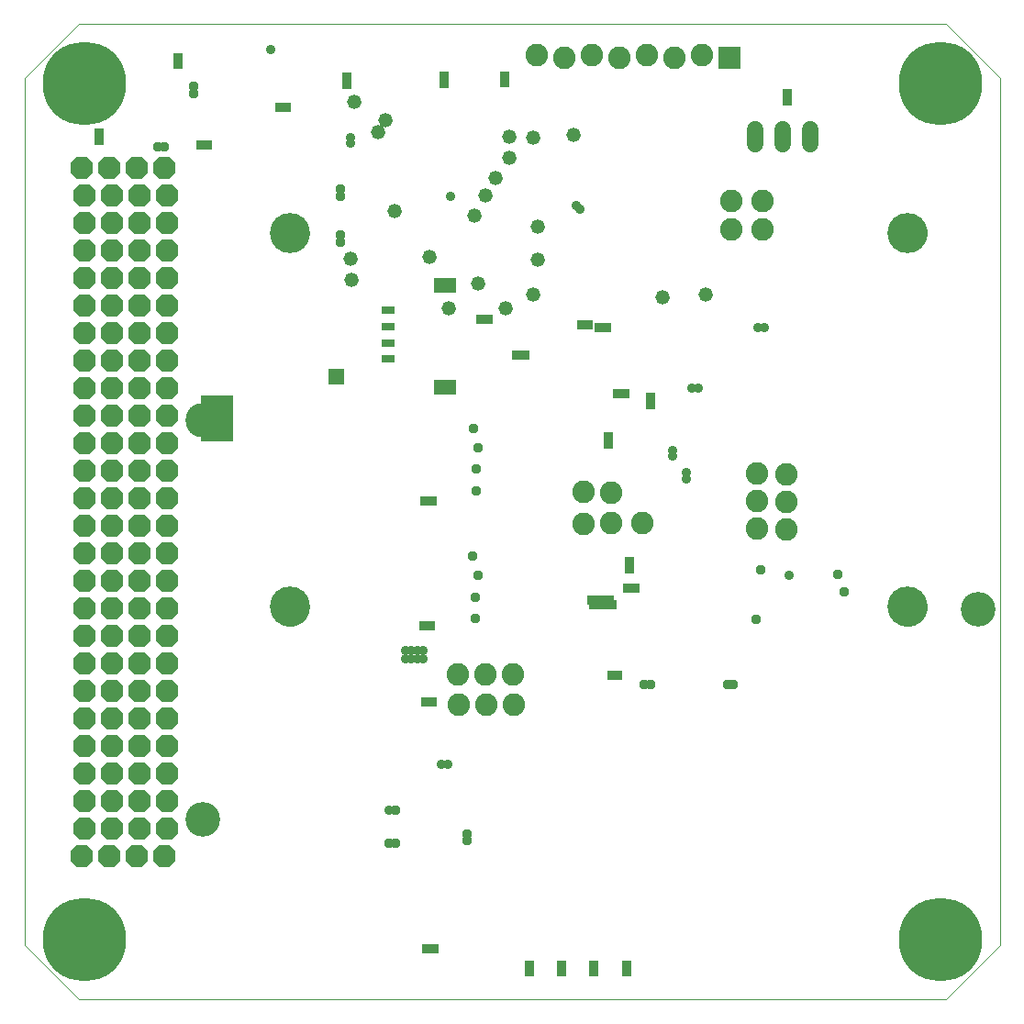
<source format=gbs>
G75*
%MOIN*%
%OFA0B0*%
%FSLAX25Y25*%
%IPPOS*%
%LPD*%
%AMOC8*
5,1,8,0,0,1.08239X$1,22.5*
%
%ADD10C,0.00000*%
%ADD11C,0.30328*%
%ADD12OC8,0.08200*%
%ADD13C,0.08200*%
%ADD14C,0.14580*%
%ADD15C,0.05200*%
%ADD16R,0.08200X0.08200*%
%ADD17C,0.06000*%
%ADD18R,0.04737X0.03162*%
%ADD19R,0.07887X0.05721*%
%ADD20C,0.03778*%
%ADD21R,0.03778X0.03778*%
%ADD22R,0.03581X0.03581*%
%ADD23C,0.03581*%
%ADD24C,0.12611*%
D10*
X0003172Y0020888D02*
X0003172Y0335849D01*
X0022857Y0355534D01*
X0337817Y0355534D01*
X0357502Y0335849D01*
X0357502Y0020888D01*
X0337817Y0001203D01*
X0022857Y0001203D01*
X0003172Y0020888D01*
X0092738Y0143920D02*
X0092740Y0144089D01*
X0092746Y0144258D01*
X0092757Y0144427D01*
X0092771Y0144595D01*
X0092790Y0144763D01*
X0092813Y0144931D01*
X0092839Y0145098D01*
X0092870Y0145264D01*
X0092905Y0145430D01*
X0092944Y0145594D01*
X0092988Y0145758D01*
X0093035Y0145920D01*
X0093086Y0146081D01*
X0093141Y0146241D01*
X0093200Y0146400D01*
X0093262Y0146557D01*
X0093329Y0146712D01*
X0093400Y0146866D01*
X0093474Y0147018D01*
X0093552Y0147168D01*
X0093633Y0147316D01*
X0093718Y0147462D01*
X0093807Y0147606D01*
X0093899Y0147748D01*
X0093995Y0147887D01*
X0094094Y0148024D01*
X0094196Y0148159D01*
X0094302Y0148291D01*
X0094411Y0148420D01*
X0094523Y0148547D01*
X0094638Y0148671D01*
X0094756Y0148792D01*
X0094877Y0148910D01*
X0095001Y0149025D01*
X0095128Y0149137D01*
X0095257Y0149246D01*
X0095389Y0149352D01*
X0095524Y0149454D01*
X0095661Y0149553D01*
X0095800Y0149649D01*
X0095942Y0149741D01*
X0096086Y0149830D01*
X0096232Y0149915D01*
X0096380Y0149996D01*
X0096530Y0150074D01*
X0096682Y0150148D01*
X0096836Y0150219D01*
X0096991Y0150286D01*
X0097148Y0150348D01*
X0097307Y0150407D01*
X0097467Y0150462D01*
X0097628Y0150513D01*
X0097790Y0150560D01*
X0097954Y0150604D01*
X0098118Y0150643D01*
X0098284Y0150678D01*
X0098450Y0150709D01*
X0098617Y0150735D01*
X0098785Y0150758D01*
X0098953Y0150777D01*
X0099121Y0150791D01*
X0099290Y0150802D01*
X0099459Y0150808D01*
X0099628Y0150810D01*
X0099797Y0150808D01*
X0099966Y0150802D01*
X0100135Y0150791D01*
X0100303Y0150777D01*
X0100471Y0150758D01*
X0100639Y0150735D01*
X0100806Y0150709D01*
X0100972Y0150678D01*
X0101138Y0150643D01*
X0101302Y0150604D01*
X0101466Y0150560D01*
X0101628Y0150513D01*
X0101789Y0150462D01*
X0101949Y0150407D01*
X0102108Y0150348D01*
X0102265Y0150286D01*
X0102420Y0150219D01*
X0102574Y0150148D01*
X0102726Y0150074D01*
X0102876Y0149996D01*
X0103024Y0149915D01*
X0103170Y0149830D01*
X0103314Y0149741D01*
X0103456Y0149649D01*
X0103595Y0149553D01*
X0103732Y0149454D01*
X0103867Y0149352D01*
X0103999Y0149246D01*
X0104128Y0149137D01*
X0104255Y0149025D01*
X0104379Y0148910D01*
X0104500Y0148792D01*
X0104618Y0148671D01*
X0104733Y0148547D01*
X0104845Y0148420D01*
X0104954Y0148291D01*
X0105060Y0148159D01*
X0105162Y0148024D01*
X0105261Y0147887D01*
X0105357Y0147748D01*
X0105449Y0147606D01*
X0105538Y0147462D01*
X0105623Y0147316D01*
X0105704Y0147168D01*
X0105782Y0147018D01*
X0105856Y0146866D01*
X0105927Y0146712D01*
X0105994Y0146557D01*
X0106056Y0146400D01*
X0106115Y0146241D01*
X0106170Y0146081D01*
X0106221Y0145920D01*
X0106268Y0145758D01*
X0106312Y0145594D01*
X0106351Y0145430D01*
X0106386Y0145264D01*
X0106417Y0145098D01*
X0106443Y0144931D01*
X0106466Y0144763D01*
X0106485Y0144595D01*
X0106499Y0144427D01*
X0106510Y0144258D01*
X0106516Y0144089D01*
X0106518Y0143920D01*
X0106516Y0143751D01*
X0106510Y0143582D01*
X0106499Y0143413D01*
X0106485Y0143245D01*
X0106466Y0143077D01*
X0106443Y0142909D01*
X0106417Y0142742D01*
X0106386Y0142576D01*
X0106351Y0142410D01*
X0106312Y0142246D01*
X0106268Y0142082D01*
X0106221Y0141920D01*
X0106170Y0141759D01*
X0106115Y0141599D01*
X0106056Y0141440D01*
X0105994Y0141283D01*
X0105927Y0141128D01*
X0105856Y0140974D01*
X0105782Y0140822D01*
X0105704Y0140672D01*
X0105623Y0140524D01*
X0105538Y0140378D01*
X0105449Y0140234D01*
X0105357Y0140092D01*
X0105261Y0139953D01*
X0105162Y0139816D01*
X0105060Y0139681D01*
X0104954Y0139549D01*
X0104845Y0139420D01*
X0104733Y0139293D01*
X0104618Y0139169D01*
X0104500Y0139048D01*
X0104379Y0138930D01*
X0104255Y0138815D01*
X0104128Y0138703D01*
X0103999Y0138594D01*
X0103867Y0138488D01*
X0103732Y0138386D01*
X0103595Y0138287D01*
X0103456Y0138191D01*
X0103314Y0138099D01*
X0103170Y0138010D01*
X0103024Y0137925D01*
X0102876Y0137844D01*
X0102726Y0137766D01*
X0102574Y0137692D01*
X0102420Y0137621D01*
X0102265Y0137554D01*
X0102108Y0137492D01*
X0101949Y0137433D01*
X0101789Y0137378D01*
X0101628Y0137327D01*
X0101466Y0137280D01*
X0101302Y0137236D01*
X0101138Y0137197D01*
X0100972Y0137162D01*
X0100806Y0137131D01*
X0100639Y0137105D01*
X0100471Y0137082D01*
X0100303Y0137063D01*
X0100135Y0137049D01*
X0099966Y0137038D01*
X0099797Y0137032D01*
X0099628Y0137030D01*
X0099459Y0137032D01*
X0099290Y0137038D01*
X0099121Y0137049D01*
X0098953Y0137063D01*
X0098785Y0137082D01*
X0098617Y0137105D01*
X0098450Y0137131D01*
X0098284Y0137162D01*
X0098118Y0137197D01*
X0097954Y0137236D01*
X0097790Y0137280D01*
X0097628Y0137327D01*
X0097467Y0137378D01*
X0097307Y0137433D01*
X0097148Y0137492D01*
X0096991Y0137554D01*
X0096836Y0137621D01*
X0096682Y0137692D01*
X0096530Y0137766D01*
X0096380Y0137844D01*
X0096232Y0137925D01*
X0096086Y0138010D01*
X0095942Y0138099D01*
X0095800Y0138191D01*
X0095661Y0138287D01*
X0095524Y0138386D01*
X0095389Y0138488D01*
X0095257Y0138594D01*
X0095128Y0138703D01*
X0095001Y0138815D01*
X0094877Y0138930D01*
X0094756Y0139048D01*
X0094638Y0139169D01*
X0094523Y0139293D01*
X0094411Y0139420D01*
X0094302Y0139549D01*
X0094196Y0139681D01*
X0094094Y0139816D01*
X0093995Y0139953D01*
X0093899Y0140092D01*
X0093807Y0140234D01*
X0093718Y0140378D01*
X0093633Y0140524D01*
X0093552Y0140672D01*
X0093474Y0140822D01*
X0093400Y0140974D01*
X0093329Y0141128D01*
X0093262Y0141283D01*
X0093200Y0141440D01*
X0093141Y0141599D01*
X0093086Y0141759D01*
X0093035Y0141920D01*
X0092988Y0142082D01*
X0092944Y0142246D01*
X0092905Y0142410D01*
X0092870Y0142576D01*
X0092839Y0142742D01*
X0092813Y0142909D01*
X0092790Y0143077D01*
X0092771Y0143245D01*
X0092757Y0143413D01*
X0092746Y0143582D01*
X0092740Y0143751D01*
X0092738Y0143920D01*
X0092738Y0279746D02*
X0092740Y0279915D01*
X0092746Y0280084D01*
X0092757Y0280253D01*
X0092771Y0280421D01*
X0092790Y0280589D01*
X0092813Y0280757D01*
X0092839Y0280924D01*
X0092870Y0281090D01*
X0092905Y0281256D01*
X0092944Y0281420D01*
X0092988Y0281584D01*
X0093035Y0281746D01*
X0093086Y0281907D01*
X0093141Y0282067D01*
X0093200Y0282226D01*
X0093262Y0282383D01*
X0093329Y0282538D01*
X0093400Y0282692D01*
X0093474Y0282844D01*
X0093552Y0282994D01*
X0093633Y0283142D01*
X0093718Y0283288D01*
X0093807Y0283432D01*
X0093899Y0283574D01*
X0093995Y0283713D01*
X0094094Y0283850D01*
X0094196Y0283985D01*
X0094302Y0284117D01*
X0094411Y0284246D01*
X0094523Y0284373D01*
X0094638Y0284497D01*
X0094756Y0284618D01*
X0094877Y0284736D01*
X0095001Y0284851D01*
X0095128Y0284963D01*
X0095257Y0285072D01*
X0095389Y0285178D01*
X0095524Y0285280D01*
X0095661Y0285379D01*
X0095800Y0285475D01*
X0095942Y0285567D01*
X0096086Y0285656D01*
X0096232Y0285741D01*
X0096380Y0285822D01*
X0096530Y0285900D01*
X0096682Y0285974D01*
X0096836Y0286045D01*
X0096991Y0286112D01*
X0097148Y0286174D01*
X0097307Y0286233D01*
X0097467Y0286288D01*
X0097628Y0286339D01*
X0097790Y0286386D01*
X0097954Y0286430D01*
X0098118Y0286469D01*
X0098284Y0286504D01*
X0098450Y0286535D01*
X0098617Y0286561D01*
X0098785Y0286584D01*
X0098953Y0286603D01*
X0099121Y0286617D01*
X0099290Y0286628D01*
X0099459Y0286634D01*
X0099628Y0286636D01*
X0099797Y0286634D01*
X0099966Y0286628D01*
X0100135Y0286617D01*
X0100303Y0286603D01*
X0100471Y0286584D01*
X0100639Y0286561D01*
X0100806Y0286535D01*
X0100972Y0286504D01*
X0101138Y0286469D01*
X0101302Y0286430D01*
X0101466Y0286386D01*
X0101628Y0286339D01*
X0101789Y0286288D01*
X0101949Y0286233D01*
X0102108Y0286174D01*
X0102265Y0286112D01*
X0102420Y0286045D01*
X0102574Y0285974D01*
X0102726Y0285900D01*
X0102876Y0285822D01*
X0103024Y0285741D01*
X0103170Y0285656D01*
X0103314Y0285567D01*
X0103456Y0285475D01*
X0103595Y0285379D01*
X0103732Y0285280D01*
X0103867Y0285178D01*
X0103999Y0285072D01*
X0104128Y0284963D01*
X0104255Y0284851D01*
X0104379Y0284736D01*
X0104500Y0284618D01*
X0104618Y0284497D01*
X0104733Y0284373D01*
X0104845Y0284246D01*
X0104954Y0284117D01*
X0105060Y0283985D01*
X0105162Y0283850D01*
X0105261Y0283713D01*
X0105357Y0283574D01*
X0105449Y0283432D01*
X0105538Y0283288D01*
X0105623Y0283142D01*
X0105704Y0282994D01*
X0105782Y0282844D01*
X0105856Y0282692D01*
X0105927Y0282538D01*
X0105994Y0282383D01*
X0106056Y0282226D01*
X0106115Y0282067D01*
X0106170Y0281907D01*
X0106221Y0281746D01*
X0106268Y0281584D01*
X0106312Y0281420D01*
X0106351Y0281256D01*
X0106386Y0281090D01*
X0106417Y0280924D01*
X0106443Y0280757D01*
X0106466Y0280589D01*
X0106485Y0280421D01*
X0106499Y0280253D01*
X0106510Y0280084D01*
X0106516Y0279915D01*
X0106518Y0279746D01*
X0106516Y0279577D01*
X0106510Y0279408D01*
X0106499Y0279239D01*
X0106485Y0279071D01*
X0106466Y0278903D01*
X0106443Y0278735D01*
X0106417Y0278568D01*
X0106386Y0278402D01*
X0106351Y0278236D01*
X0106312Y0278072D01*
X0106268Y0277908D01*
X0106221Y0277746D01*
X0106170Y0277585D01*
X0106115Y0277425D01*
X0106056Y0277266D01*
X0105994Y0277109D01*
X0105927Y0276954D01*
X0105856Y0276800D01*
X0105782Y0276648D01*
X0105704Y0276498D01*
X0105623Y0276350D01*
X0105538Y0276204D01*
X0105449Y0276060D01*
X0105357Y0275918D01*
X0105261Y0275779D01*
X0105162Y0275642D01*
X0105060Y0275507D01*
X0104954Y0275375D01*
X0104845Y0275246D01*
X0104733Y0275119D01*
X0104618Y0274995D01*
X0104500Y0274874D01*
X0104379Y0274756D01*
X0104255Y0274641D01*
X0104128Y0274529D01*
X0103999Y0274420D01*
X0103867Y0274314D01*
X0103732Y0274212D01*
X0103595Y0274113D01*
X0103456Y0274017D01*
X0103314Y0273925D01*
X0103170Y0273836D01*
X0103024Y0273751D01*
X0102876Y0273670D01*
X0102726Y0273592D01*
X0102574Y0273518D01*
X0102420Y0273447D01*
X0102265Y0273380D01*
X0102108Y0273318D01*
X0101949Y0273259D01*
X0101789Y0273204D01*
X0101628Y0273153D01*
X0101466Y0273106D01*
X0101302Y0273062D01*
X0101138Y0273023D01*
X0100972Y0272988D01*
X0100806Y0272957D01*
X0100639Y0272931D01*
X0100471Y0272908D01*
X0100303Y0272889D01*
X0100135Y0272875D01*
X0099966Y0272864D01*
X0099797Y0272858D01*
X0099628Y0272856D01*
X0099459Y0272858D01*
X0099290Y0272864D01*
X0099121Y0272875D01*
X0098953Y0272889D01*
X0098785Y0272908D01*
X0098617Y0272931D01*
X0098450Y0272957D01*
X0098284Y0272988D01*
X0098118Y0273023D01*
X0097954Y0273062D01*
X0097790Y0273106D01*
X0097628Y0273153D01*
X0097467Y0273204D01*
X0097307Y0273259D01*
X0097148Y0273318D01*
X0096991Y0273380D01*
X0096836Y0273447D01*
X0096682Y0273518D01*
X0096530Y0273592D01*
X0096380Y0273670D01*
X0096232Y0273751D01*
X0096086Y0273836D01*
X0095942Y0273925D01*
X0095800Y0274017D01*
X0095661Y0274113D01*
X0095524Y0274212D01*
X0095389Y0274314D01*
X0095257Y0274420D01*
X0095128Y0274529D01*
X0095001Y0274641D01*
X0094877Y0274756D01*
X0094756Y0274874D01*
X0094638Y0274995D01*
X0094523Y0275119D01*
X0094411Y0275246D01*
X0094302Y0275375D01*
X0094196Y0275507D01*
X0094094Y0275642D01*
X0093995Y0275779D01*
X0093899Y0275918D01*
X0093807Y0276060D01*
X0093718Y0276204D01*
X0093633Y0276350D01*
X0093552Y0276498D01*
X0093474Y0276648D01*
X0093400Y0276800D01*
X0093329Y0276954D01*
X0093262Y0277109D01*
X0093200Y0277266D01*
X0093141Y0277425D01*
X0093086Y0277585D01*
X0093035Y0277746D01*
X0092988Y0277908D01*
X0092944Y0278072D01*
X0092905Y0278236D01*
X0092870Y0278402D01*
X0092839Y0278568D01*
X0092813Y0278735D01*
X0092790Y0278903D01*
X0092771Y0279071D01*
X0092757Y0279239D01*
X0092746Y0279408D01*
X0092740Y0279577D01*
X0092738Y0279746D01*
X0317148Y0279746D02*
X0317150Y0279915D01*
X0317156Y0280084D01*
X0317167Y0280253D01*
X0317181Y0280421D01*
X0317200Y0280589D01*
X0317223Y0280757D01*
X0317249Y0280924D01*
X0317280Y0281090D01*
X0317315Y0281256D01*
X0317354Y0281420D01*
X0317398Y0281584D01*
X0317445Y0281746D01*
X0317496Y0281907D01*
X0317551Y0282067D01*
X0317610Y0282226D01*
X0317672Y0282383D01*
X0317739Y0282538D01*
X0317810Y0282692D01*
X0317884Y0282844D01*
X0317962Y0282994D01*
X0318043Y0283142D01*
X0318128Y0283288D01*
X0318217Y0283432D01*
X0318309Y0283574D01*
X0318405Y0283713D01*
X0318504Y0283850D01*
X0318606Y0283985D01*
X0318712Y0284117D01*
X0318821Y0284246D01*
X0318933Y0284373D01*
X0319048Y0284497D01*
X0319166Y0284618D01*
X0319287Y0284736D01*
X0319411Y0284851D01*
X0319538Y0284963D01*
X0319667Y0285072D01*
X0319799Y0285178D01*
X0319934Y0285280D01*
X0320071Y0285379D01*
X0320210Y0285475D01*
X0320352Y0285567D01*
X0320496Y0285656D01*
X0320642Y0285741D01*
X0320790Y0285822D01*
X0320940Y0285900D01*
X0321092Y0285974D01*
X0321246Y0286045D01*
X0321401Y0286112D01*
X0321558Y0286174D01*
X0321717Y0286233D01*
X0321877Y0286288D01*
X0322038Y0286339D01*
X0322200Y0286386D01*
X0322364Y0286430D01*
X0322528Y0286469D01*
X0322694Y0286504D01*
X0322860Y0286535D01*
X0323027Y0286561D01*
X0323195Y0286584D01*
X0323363Y0286603D01*
X0323531Y0286617D01*
X0323700Y0286628D01*
X0323869Y0286634D01*
X0324038Y0286636D01*
X0324207Y0286634D01*
X0324376Y0286628D01*
X0324545Y0286617D01*
X0324713Y0286603D01*
X0324881Y0286584D01*
X0325049Y0286561D01*
X0325216Y0286535D01*
X0325382Y0286504D01*
X0325548Y0286469D01*
X0325712Y0286430D01*
X0325876Y0286386D01*
X0326038Y0286339D01*
X0326199Y0286288D01*
X0326359Y0286233D01*
X0326518Y0286174D01*
X0326675Y0286112D01*
X0326830Y0286045D01*
X0326984Y0285974D01*
X0327136Y0285900D01*
X0327286Y0285822D01*
X0327434Y0285741D01*
X0327580Y0285656D01*
X0327724Y0285567D01*
X0327866Y0285475D01*
X0328005Y0285379D01*
X0328142Y0285280D01*
X0328277Y0285178D01*
X0328409Y0285072D01*
X0328538Y0284963D01*
X0328665Y0284851D01*
X0328789Y0284736D01*
X0328910Y0284618D01*
X0329028Y0284497D01*
X0329143Y0284373D01*
X0329255Y0284246D01*
X0329364Y0284117D01*
X0329470Y0283985D01*
X0329572Y0283850D01*
X0329671Y0283713D01*
X0329767Y0283574D01*
X0329859Y0283432D01*
X0329948Y0283288D01*
X0330033Y0283142D01*
X0330114Y0282994D01*
X0330192Y0282844D01*
X0330266Y0282692D01*
X0330337Y0282538D01*
X0330404Y0282383D01*
X0330466Y0282226D01*
X0330525Y0282067D01*
X0330580Y0281907D01*
X0330631Y0281746D01*
X0330678Y0281584D01*
X0330722Y0281420D01*
X0330761Y0281256D01*
X0330796Y0281090D01*
X0330827Y0280924D01*
X0330853Y0280757D01*
X0330876Y0280589D01*
X0330895Y0280421D01*
X0330909Y0280253D01*
X0330920Y0280084D01*
X0330926Y0279915D01*
X0330928Y0279746D01*
X0330926Y0279577D01*
X0330920Y0279408D01*
X0330909Y0279239D01*
X0330895Y0279071D01*
X0330876Y0278903D01*
X0330853Y0278735D01*
X0330827Y0278568D01*
X0330796Y0278402D01*
X0330761Y0278236D01*
X0330722Y0278072D01*
X0330678Y0277908D01*
X0330631Y0277746D01*
X0330580Y0277585D01*
X0330525Y0277425D01*
X0330466Y0277266D01*
X0330404Y0277109D01*
X0330337Y0276954D01*
X0330266Y0276800D01*
X0330192Y0276648D01*
X0330114Y0276498D01*
X0330033Y0276350D01*
X0329948Y0276204D01*
X0329859Y0276060D01*
X0329767Y0275918D01*
X0329671Y0275779D01*
X0329572Y0275642D01*
X0329470Y0275507D01*
X0329364Y0275375D01*
X0329255Y0275246D01*
X0329143Y0275119D01*
X0329028Y0274995D01*
X0328910Y0274874D01*
X0328789Y0274756D01*
X0328665Y0274641D01*
X0328538Y0274529D01*
X0328409Y0274420D01*
X0328277Y0274314D01*
X0328142Y0274212D01*
X0328005Y0274113D01*
X0327866Y0274017D01*
X0327724Y0273925D01*
X0327580Y0273836D01*
X0327434Y0273751D01*
X0327286Y0273670D01*
X0327136Y0273592D01*
X0326984Y0273518D01*
X0326830Y0273447D01*
X0326675Y0273380D01*
X0326518Y0273318D01*
X0326359Y0273259D01*
X0326199Y0273204D01*
X0326038Y0273153D01*
X0325876Y0273106D01*
X0325712Y0273062D01*
X0325548Y0273023D01*
X0325382Y0272988D01*
X0325216Y0272957D01*
X0325049Y0272931D01*
X0324881Y0272908D01*
X0324713Y0272889D01*
X0324545Y0272875D01*
X0324376Y0272864D01*
X0324207Y0272858D01*
X0324038Y0272856D01*
X0323869Y0272858D01*
X0323700Y0272864D01*
X0323531Y0272875D01*
X0323363Y0272889D01*
X0323195Y0272908D01*
X0323027Y0272931D01*
X0322860Y0272957D01*
X0322694Y0272988D01*
X0322528Y0273023D01*
X0322364Y0273062D01*
X0322200Y0273106D01*
X0322038Y0273153D01*
X0321877Y0273204D01*
X0321717Y0273259D01*
X0321558Y0273318D01*
X0321401Y0273380D01*
X0321246Y0273447D01*
X0321092Y0273518D01*
X0320940Y0273592D01*
X0320790Y0273670D01*
X0320642Y0273751D01*
X0320496Y0273836D01*
X0320352Y0273925D01*
X0320210Y0274017D01*
X0320071Y0274113D01*
X0319934Y0274212D01*
X0319799Y0274314D01*
X0319667Y0274420D01*
X0319538Y0274529D01*
X0319411Y0274641D01*
X0319287Y0274756D01*
X0319166Y0274874D01*
X0319048Y0274995D01*
X0318933Y0275119D01*
X0318821Y0275246D01*
X0318712Y0275375D01*
X0318606Y0275507D01*
X0318504Y0275642D01*
X0318405Y0275779D01*
X0318309Y0275918D01*
X0318217Y0276060D01*
X0318128Y0276204D01*
X0318043Y0276350D01*
X0317962Y0276498D01*
X0317884Y0276648D01*
X0317810Y0276800D01*
X0317739Y0276954D01*
X0317672Y0277109D01*
X0317610Y0277266D01*
X0317551Y0277425D01*
X0317496Y0277585D01*
X0317445Y0277746D01*
X0317398Y0277908D01*
X0317354Y0278072D01*
X0317315Y0278236D01*
X0317280Y0278402D01*
X0317249Y0278568D01*
X0317223Y0278735D01*
X0317200Y0278903D01*
X0317181Y0279071D01*
X0317167Y0279239D01*
X0317156Y0279408D01*
X0317150Y0279577D01*
X0317148Y0279746D01*
X0317148Y0143920D02*
X0317150Y0144089D01*
X0317156Y0144258D01*
X0317167Y0144427D01*
X0317181Y0144595D01*
X0317200Y0144763D01*
X0317223Y0144931D01*
X0317249Y0145098D01*
X0317280Y0145264D01*
X0317315Y0145430D01*
X0317354Y0145594D01*
X0317398Y0145758D01*
X0317445Y0145920D01*
X0317496Y0146081D01*
X0317551Y0146241D01*
X0317610Y0146400D01*
X0317672Y0146557D01*
X0317739Y0146712D01*
X0317810Y0146866D01*
X0317884Y0147018D01*
X0317962Y0147168D01*
X0318043Y0147316D01*
X0318128Y0147462D01*
X0318217Y0147606D01*
X0318309Y0147748D01*
X0318405Y0147887D01*
X0318504Y0148024D01*
X0318606Y0148159D01*
X0318712Y0148291D01*
X0318821Y0148420D01*
X0318933Y0148547D01*
X0319048Y0148671D01*
X0319166Y0148792D01*
X0319287Y0148910D01*
X0319411Y0149025D01*
X0319538Y0149137D01*
X0319667Y0149246D01*
X0319799Y0149352D01*
X0319934Y0149454D01*
X0320071Y0149553D01*
X0320210Y0149649D01*
X0320352Y0149741D01*
X0320496Y0149830D01*
X0320642Y0149915D01*
X0320790Y0149996D01*
X0320940Y0150074D01*
X0321092Y0150148D01*
X0321246Y0150219D01*
X0321401Y0150286D01*
X0321558Y0150348D01*
X0321717Y0150407D01*
X0321877Y0150462D01*
X0322038Y0150513D01*
X0322200Y0150560D01*
X0322364Y0150604D01*
X0322528Y0150643D01*
X0322694Y0150678D01*
X0322860Y0150709D01*
X0323027Y0150735D01*
X0323195Y0150758D01*
X0323363Y0150777D01*
X0323531Y0150791D01*
X0323700Y0150802D01*
X0323869Y0150808D01*
X0324038Y0150810D01*
X0324207Y0150808D01*
X0324376Y0150802D01*
X0324545Y0150791D01*
X0324713Y0150777D01*
X0324881Y0150758D01*
X0325049Y0150735D01*
X0325216Y0150709D01*
X0325382Y0150678D01*
X0325548Y0150643D01*
X0325712Y0150604D01*
X0325876Y0150560D01*
X0326038Y0150513D01*
X0326199Y0150462D01*
X0326359Y0150407D01*
X0326518Y0150348D01*
X0326675Y0150286D01*
X0326830Y0150219D01*
X0326984Y0150148D01*
X0327136Y0150074D01*
X0327286Y0149996D01*
X0327434Y0149915D01*
X0327580Y0149830D01*
X0327724Y0149741D01*
X0327866Y0149649D01*
X0328005Y0149553D01*
X0328142Y0149454D01*
X0328277Y0149352D01*
X0328409Y0149246D01*
X0328538Y0149137D01*
X0328665Y0149025D01*
X0328789Y0148910D01*
X0328910Y0148792D01*
X0329028Y0148671D01*
X0329143Y0148547D01*
X0329255Y0148420D01*
X0329364Y0148291D01*
X0329470Y0148159D01*
X0329572Y0148024D01*
X0329671Y0147887D01*
X0329767Y0147748D01*
X0329859Y0147606D01*
X0329948Y0147462D01*
X0330033Y0147316D01*
X0330114Y0147168D01*
X0330192Y0147018D01*
X0330266Y0146866D01*
X0330337Y0146712D01*
X0330404Y0146557D01*
X0330466Y0146400D01*
X0330525Y0146241D01*
X0330580Y0146081D01*
X0330631Y0145920D01*
X0330678Y0145758D01*
X0330722Y0145594D01*
X0330761Y0145430D01*
X0330796Y0145264D01*
X0330827Y0145098D01*
X0330853Y0144931D01*
X0330876Y0144763D01*
X0330895Y0144595D01*
X0330909Y0144427D01*
X0330920Y0144258D01*
X0330926Y0144089D01*
X0330928Y0143920D01*
X0330926Y0143751D01*
X0330920Y0143582D01*
X0330909Y0143413D01*
X0330895Y0143245D01*
X0330876Y0143077D01*
X0330853Y0142909D01*
X0330827Y0142742D01*
X0330796Y0142576D01*
X0330761Y0142410D01*
X0330722Y0142246D01*
X0330678Y0142082D01*
X0330631Y0141920D01*
X0330580Y0141759D01*
X0330525Y0141599D01*
X0330466Y0141440D01*
X0330404Y0141283D01*
X0330337Y0141128D01*
X0330266Y0140974D01*
X0330192Y0140822D01*
X0330114Y0140672D01*
X0330033Y0140524D01*
X0329948Y0140378D01*
X0329859Y0140234D01*
X0329767Y0140092D01*
X0329671Y0139953D01*
X0329572Y0139816D01*
X0329470Y0139681D01*
X0329364Y0139549D01*
X0329255Y0139420D01*
X0329143Y0139293D01*
X0329028Y0139169D01*
X0328910Y0139048D01*
X0328789Y0138930D01*
X0328665Y0138815D01*
X0328538Y0138703D01*
X0328409Y0138594D01*
X0328277Y0138488D01*
X0328142Y0138386D01*
X0328005Y0138287D01*
X0327866Y0138191D01*
X0327724Y0138099D01*
X0327580Y0138010D01*
X0327434Y0137925D01*
X0327286Y0137844D01*
X0327136Y0137766D01*
X0326984Y0137692D01*
X0326830Y0137621D01*
X0326675Y0137554D01*
X0326518Y0137492D01*
X0326359Y0137433D01*
X0326199Y0137378D01*
X0326038Y0137327D01*
X0325876Y0137280D01*
X0325712Y0137236D01*
X0325548Y0137197D01*
X0325382Y0137162D01*
X0325216Y0137131D01*
X0325049Y0137105D01*
X0324881Y0137082D01*
X0324713Y0137063D01*
X0324545Y0137049D01*
X0324376Y0137038D01*
X0324207Y0137032D01*
X0324038Y0137030D01*
X0323869Y0137032D01*
X0323700Y0137038D01*
X0323531Y0137049D01*
X0323363Y0137063D01*
X0323195Y0137082D01*
X0323027Y0137105D01*
X0322860Y0137131D01*
X0322694Y0137162D01*
X0322528Y0137197D01*
X0322364Y0137236D01*
X0322200Y0137280D01*
X0322038Y0137327D01*
X0321877Y0137378D01*
X0321717Y0137433D01*
X0321558Y0137492D01*
X0321401Y0137554D01*
X0321246Y0137621D01*
X0321092Y0137692D01*
X0320940Y0137766D01*
X0320790Y0137844D01*
X0320642Y0137925D01*
X0320496Y0138010D01*
X0320352Y0138099D01*
X0320210Y0138191D01*
X0320071Y0138287D01*
X0319934Y0138386D01*
X0319799Y0138488D01*
X0319667Y0138594D01*
X0319538Y0138703D01*
X0319411Y0138815D01*
X0319287Y0138930D01*
X0319166Y0139048D01*
X0319048Y0139169D01*
X0318933Y0139293D01*
X0318821Y0139420D01*
X0318712Y0139549D01*
X0318606Y0139681D01*
X0318504Y0139816D01*
X0318405Y0139953D01*
X0318309Y0140092D01*
X0318217Y0140234D01*
X0318128Y0140378D01*
X0318043Y0140524D01*
X0317962Y0140672D01*
X0317884Y0140822D01*
X0317810Y0140974D01*
X0317739Y0141128D01*
X0317672Y0141283D01*
X0317610Y0141440D01*
X0317551Y0141599D01*
X0317496Y0141759D01*
X0317445Y0141920D01*
X0317398Y0142082D01*
X0317354Y0142246D01*
X0317315Y0142410D01*
X0317280Y0142576D01*
X0317249Y0142742D01*
X0317223Y0142909D01*
X0317200Y0143077D01*
X0317181Y0143245D01*
X0317167Y0143413D01*
X0317156Y0143582D01*
X0317150Y0143751D01*
X0317148Y0143920D01*
D11*
X0335849Y0022857D03*
X0335849Y0333880D03*
X0024825Y0333880D03*
X0024825Y0022857D03*
D12*
X0023825Y0053369D03*
X0033825Y0053369D03*
X0043825Y0053369D03*
X0053825Y0053369D03*
X0054825Y0063369D03*
X0054825Y0073369D03*
X0054825Y0083369D03*
X0054825Y0093369D03*
X0054825Y0103369D03*
X0054825Y0113369D03*
X0054825Y0123369D03*
X0054825Y0133369D03*
X0054825Y0143369D03*
X0054825Y0153369D03*
X0054825Y0163369D03*
X0054825Y0173369D03*
X0054825Y0183369D03*
X0054825Y0193369D03*
X0054825Y0203369D03*
X0054825Y0213369D03*
X0054825Y0223369D03*
X0054825Y0233369D03*
X0054825Y0243369D03*
X0054825Y0253369D03*
X0054825Y0263369D03*
X0054825Y0273369D03*
X0054825Y0283369D03*
X0054825Y0293369D03*
X0053825Y0303369D03*
X0043825Y0303369D03*
X0044825Y0293369D03*
X0034825Y0293369D03*
X0033825Y0303369D03*
X0023825Y0303369D03*
X0024825Y0293369D03*
X0024825Y0283369D03*
X0034825Y0283369D03*
X0044825Y0283369D03*
X0044825Y0273369D03*
X0034825Y0273369D03*
X0024825Y0273369D03*
X0024825Y0263369D03*
X0034825Y0263369D03*
X0044825Y0263369D03*
X0044825Y0253369D03*
X0044825Y0243369D03*
X0034825Y0243369D03*
X0034825Y0253369D03*
X0024825Y0253369D03*
X0024825Y0243369D03*
X0024825Y0233369D03*
X0034825Y0233369D03*
X0044825Y0233369D03*
X0044825Y0223369D03*
X0034825Y0223369D03*
X0024825Y0223369D03*
X0024825Y0213369D03*
X0024825Y0203369D03*
X0034825Y0203369D03*
X0034825Y0213369D03*
X0044825Y0213369D03*
X0044825Y0203369D03*
X0044825Y0193369D03*
X0034825Y0193369D03*
X0024825Y0193369D03*
X0024825Y0183369D03*
X0034825Y0183369D03*
X0044825Y0183369D03*
X0044825Y0173369D03*
X0044825Y0163369D03*
X0034825Y0163369D03*
X0034825Y0173369D03*
X0024825Y0173369D03*
X0024825Y0163369D03*
X0024825Y0153369D03*
X0034825Y0153369D03*
X0044825Y0153369D03*
X0044825Y0143369D03*
X0034825Y0143369D03*
X0024825Y0143369D03*
X0024825Y0133369D03*
X0024825Y0123369D03*
X0034825Y0123369D03*
X0034825Y0133369D03*
X0044825Y0133369D03*
X0044825Y0123369D03*
X0044825Y0113369D03*
X0034825Y0113369D03*
X0024825Y0113369D03*
X0024825Y0103369D03*
X0034825Y0103369D03*
X0044825Y0103369D03*
X0044825Y0093369D03*
X0044825Y0083369D03*
X0034825Y0083369D03*
X0034825Y0093369D03*
X0024825Y0093369D03*
X0024825Y0083369D03*
X0024825Y0073369D03*
X0034825Y0073369D03*
X0044825Y0073369D03*
X0044825Y0063369D03*
X0034825Y0063369D03*
X0024825Y0063369D03*
D13*
X0161046Y0108290D03*
X0171046Y0108290D03*
X0181046Y0108290D03*
X0180731Y0119313D03*
X0170731Y0119313D03*
X0160731Y0119313D03*
X0206321Y0174125D03*
X0216251Y0174431D03*
X0216361Y0185455D03*
X0206321Y0185525D03*
X0227651Y0174431D03*
X0269313Y0172345D03*
X0269313Y0182345D03*
X0269313Y0192345D03*
X0280140Y0192148D03*
X0280140Y0182148D03*
X0280140Y0172148D03*
X0271352Y0281124D03*
X0271352Y0291361D03*
X0259952Y0291361D03*
X0259952Y0281124D03*
X0239471Y0343420D03*
X0249471Y0344420D03*
X0229471Y0344420D03*
X0219471Y0343420D03*
X0209471Y0344420D03*
X0199471Y0343420D03*
X0189471Y0344420D03*
D14*
X0099628Y0279746D03*
X0099628Y0143920D03*
X0324038Y0143920D03*
X0324038Y0279746D03*
D15*
X0250809Y0257306D03*
X0235061Y0256321D03*
X0187817Y0257306D03*
X0177975Y0252384D03*
X0168132Y0261243D03*
X0157306Y0252384D03*
X0150416Y0271085D03*
X0137620Y0287817D03*
X0121774Y0270199D03*
X0121872Y0262719D03*
X0166764Y0285849D03*
X0170677Y0293331D03*
X0174298Y0299578D03*
X0179313Y0307099D03*
X0179313Y0314599D03*
X0187817Y0314392D03*
X0202581Y0315376D03*
X0189786Y0281912D03*
X0189786Y0270101D03*
X0134176Y0320790D03*
X0131715Y0316361D03*
X0122857Y0327187D03*
D16*
X0259471Y0343420D03*
D17*
X0268565Y0317189D02*
X0268565Y0311989D01*
X0278565Y0311989D02*
X0278565Y0317189D01*
X0288565Y0317189D02*
X0288565Y0311989D01*
D18*
X0135455Y0251597D03*
X0135455Y0245691D03*
X0135455Y0239786D03*
X0135455Y0233880D03*
D19*
X0155928Y0223624D03*
X0155928Y0260672D03*
D20*
X0118132Y0276400D03*
X0118132Y0278959D03*
X0118132Y0293132D03*
X0118132Y0295691D03*
X0064806Y0330386D03*
X0064806Y0332886D03*
X0054087Y0310869D03*
X0051587Y0310869D03*
X0166164Y0208683D03*
X0168132Y0201794D03*
X0167148Y0193920D03*
X0167148Y0186046D03*
X0165967Y0162227D03*
X0167935Y0155337D03*
X0166951Y0147463D03*
X0166951Y0139589D03*
X0228369Y0115770D03*
X0230731Y0115770D03*
X0258487Y0115691D03*
X0260770Y0115652D03*
X0268955Y0139195D03*
X0270494Y0157502D03*
X0298755Y0155595D03*
X0300955Y0149195D03*
X0164105Y0061483D03*
X0164105Y0058983D03*
X0138093Y0058172D03*
X0135731Y0058172D03*
X0138014Y0070101D03*
D21*
X0148841Y0109274D03*
X0151203Y0109274D03*
X0150613Y0137030D03*
X0148250Y0137030D03*
X0148644Y0182502D03*
X0151203Y0182502D03*
X0209471Y0146479D03*
X0210061Y0144510D03*
X0212227Y0144510D03*
X0211636Y0146479D03*
X0213605Y0146479D03*
X0214392Y0144510D03*
X0216557Y0144510D03*
X0215770Y0146479D03*
X0222463Y0150613D03*
X0225022Y0150613D03*
X0223054Y0157699D03*
X0223054Y0160258D03*
X0218723Y0119117D03*
X0216557Y0119117D03*
X0215376Y0203172D03*
X0215376Y0205534D03*
X0230731Y0217345D03*
X0230731Y0220101D03*
X0221282Y0221282D03*
X0218526Y0221282D03*
X0214589Y0245494D03*
X0211833Y0245494D03*
X0280219Y0327817D03*
X0280219Y0330376D03*
X0177581Y0334274D03*
X0177581Y0336636D03*
X0155731Y0336833D03*
X0155731Y0334077D03*
X0120298Y0333683D03*
X0120298Y0336439D03*
X0098447Y0325280D03*
X0095947Y0325280D03*
X0069697Y0311530D03*
X0067197Y0311530D03*
X0058981Y0340977D03*
X0058981Y0343477D03*
X0030231Y0315977D03*
X0030231Y0313477D03*
X0068920Y0218920D03*
X0071676Y0218920D03*
X0074431Y0218920D03*
X0074431Y0216164D03*
X0071676Y0216164D03*
X0074431Y0213408D03*
X0074431Y0211046D03*
X0074431Y0208290D03*
X0072069Y0208290D03*
X0071676Y0205534D03*
X0074431Y0205534D03*
X0077187Y0205534D03*
X0077187Y0207896D03*
X0077187Y0210652D03*
X0077187Y0213408D03*
X0077187Y0216164D03*
X0077187Y0218920D03*
X0068920Y0205534D03*
X0149235Y0019707D03*
X0151991Y0019707D03*
X0186636Y0013802D03*
X0186636Y0011439D03*
X0198447Y0011439D03*
X0198447Y0013802D03*
X0210061Y0013802D03*
X0210061Y0011439D03*
X0222069Y0011439D03*
X0222069Y0013802D03*
D22*
X0117739Y0226203D03*
X0115376Y0226203D03*
X0115376Y0228762D03*
X0117739Y0228762D03*
X0168920Y0248250D03*
X0171676Y0248250D03*
X0182109Y0235258D03*
X0184865Y0235258D03*
X0205731Y0246479D03*
X0208093Y0246479D03*
D23*
X0205140Y0288211D03*
X0203565Y0289786D03*
X0157896Y0293132D03*
X0121676Y0312227D03*
X0121676Y0314392D03*
X0092542Y0346282D03*
X0238802Y0200809D03*
X0238802Y0198644D03*
X0243723Y0192542D03*
X0243723Y0190376D03*
X0245691Y0223250D03*
X0247857Y0223250D03*
X0269707Y0245494D03*
X0271872Y0245494D03*
X0281124Y0155337D03*
X0156912Y0086833D03*
X0154746Y0086833D03*
X0135652Y0070101D03*
X0141557Y0125022D03*
X0143723Y0125022D03*
X0145888Y0125022D03*
X0148054Y0125022D03*
X0148054Y0127975D03*
X0145888Y0127975D03*
X0143723Y0127975D03*
X0141557Y0127975D03*
D24*
X0068132Y0066557D03*
X0068132Y0211833D03*
X0349628Y0142935D03*
M02*

</source>
